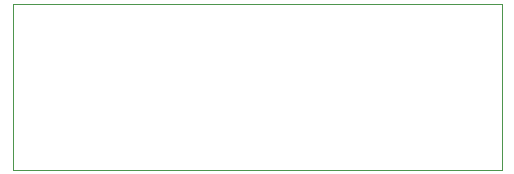
<source format=gbr>
%TF.GenerationSoftware,KiCad,Pcbnew,(6.0.2)*%
%TF.CreationDate,2022-03-10T12:52:18+01:00*%
%TF.ProjectId,SolarCharger,536f6c61-7243-4686-9172-6765722e6b69,rev?*%
%TF.SameCoordinates,Original*%
%TF.FileFunction,Profile,NP*%
%FSLAX46Y46*%
G04 Gerber Fmt 4.6, Leading zero omitted, Abs format (unit mm)*
G04 Created by KiCad (PCBNEW (6.0.2)) date 2022-03-10 12:52:18*
%MOMM*%
%LPD*%
G01*
G04 APERTURE LIST*
%TA.AperFunction,Profile*%
%ADD10C,0.050000*%
%TD*%
G04 APERTURE END LIST*
D10*
X79100000Y-55000000D02*
X79100000Y-41000000D01*
X120500000Y-55000000D02*
X79100000Y-55000000D01*
X120500000Y-41000000D02*
X120500000Y-55000000D01*
X79100000Y-41000000D02*
X120500000Y-41000000D01*
M02*

</source>
